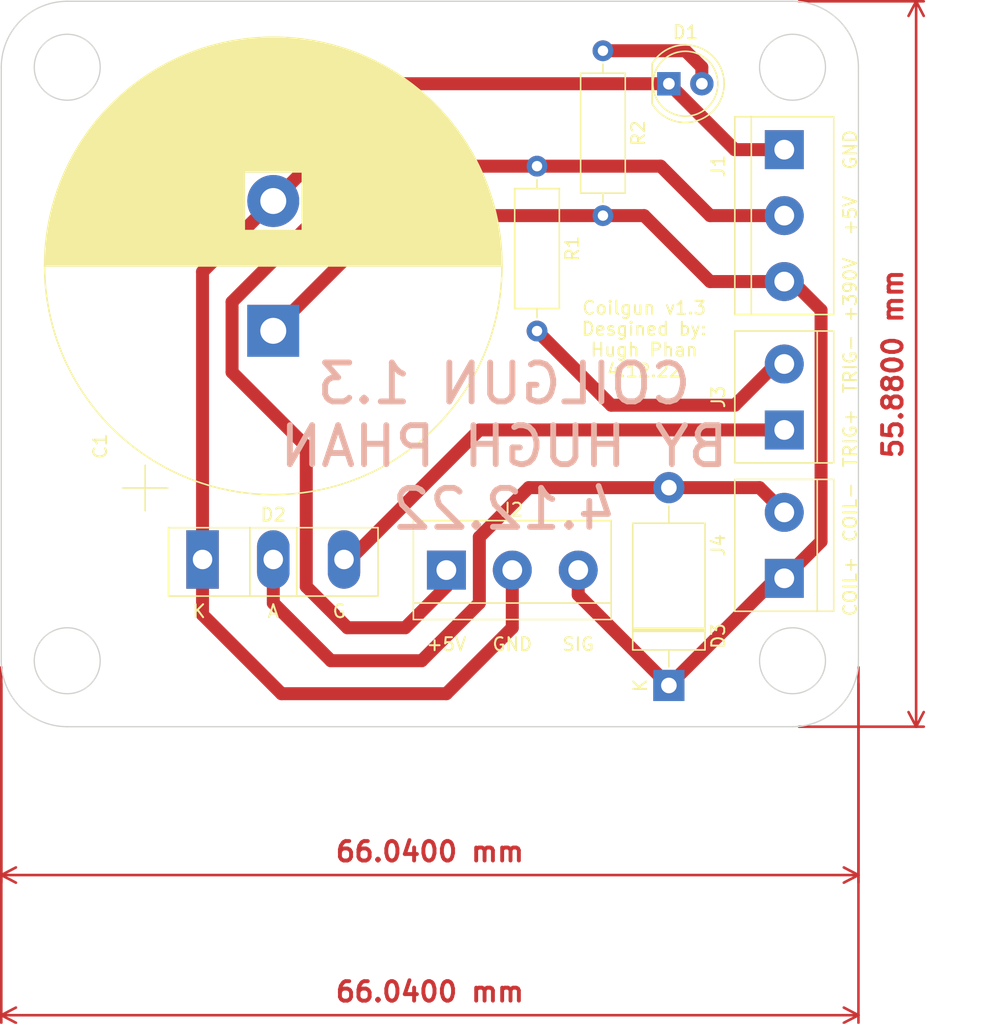
<source format=kicad_pcb>
(kicad_pcb (version 20211014) (generator pcbnew)
  (title_block (title "Coilgun 1.3 Main Control Board") (date "2022-12-04") (rev "1.3") (company "HUGH PHAN"))
  (layers (0 "F.Cu" signal) (31 "B.Cu" signal) (34 "B.Paste" user) (35 "F.Paste" user) (36 "B.SilkS" user "B.Silkscreen") (37 "F.SilkS" user "F.Silkscreen") (38 "B.Mask" user) (39 "F.Mask" user) (44 "Edge.Cuts" user))
  (net 0 "")
  (net 1 "/+390v")
  (net 2 "/GND")
  (net 3 "Net-(D1-Pad2)")
  (net 4 "/Coil-")
  (net 5 "Net-(D2-Pad3)")
  (net 6 "/+5V")
  (net 7 "Net-(J3-Pad2)")
  (footprint "Diode_THT:D_DO-27_P15.24mm_Horizontal" (layer "F.Cu") (at 180.975 113.665 90)
    (fp_text reference "D3" (at 3.81 3.81 90) (layer "F.SilkS"))
    (fp_text value "FR607")
    (fp_text user "K" (at 0 -2.2 90) (layer "F.SilkS"))
    (pad "1" thru_hole rect (at 0 0 90) (size 2.4 2.4) (drill 1.2) (layers *.Cu *.Mask) (net 1 "/+390v"))
    (pad "2" thru_hole oval (at 15.24 0 90) (size 2.4 2.4) (drill 1.2) (layers *.Cu *.Mask) (net 4 "/Coil-"))
  )
  (footprint "Resistor_THT:R_Axial_DIN0309_L9.0mm_D3.2mm_P12.70mm_Horizontal" (layer "F.Cu") (at 170.815 73.66 -90)
    (fp_text reference "R1" (at 6.35 -2.72 90) (layer "F.SilkS"))
    (fp_text value "R50")
    (pad "1" thru_hole circle (at 0 0 270) (size 1.6 1.6) (drill 0.8) (layers *.Cu *.Mask) (net 6 "/+5V"))
    (pad "2" thru_hole oval (at 12.7 0 270) (size 1.6 1.6) (drill 0.8) (layers *.Cu *.Mask) (net 7 "Net-(J3-Pad2)"))
  )
  (footprint "LED_THT:LED_D5.0mm" (layer "F.Cu") (at 180.975 67.31)
    (fp_text reference "D1" (at 1.27 -3.96) (layer "F.SilkS"))
    (fp_text value "LED")
    (pad "1" thru_hole rect (at 0 0) (size 1.8 1.8) (drill 0.9) (layers *.Cu *.Mask) (net 2 "/GND"))
    (pad "2" thru_hole circle (at 2.54 0) (size 1.8 1.8) (drill 0.9) (layers *.Cu *.Mask) (net 3 "Net-(D1-Pad2)"))
  )
  (footprint "TerminalBlock:TerminalBlock_bornier-3_P5.08mm" (layer "F.Cu") (at 189.865 72.39 -90)
    (fp_text reference "J1" (at 1.27 5.08 -270) (layer "F.SilkS"))
    (fp_text value "Power")
    (pad "1" thru_hole rect (at 0 0 270) (size 3 3) (drill 1.52) (layers *.Cu *.Mask) (net 2 "/GND"))
    (pad "2" thru_hole circle (at 5.08 0 270) (size 3 3) (drill 1.52) (layers *.Cu *.Mask) (net 6 "/+5V"))
    (pad "3" thru_hole circle (at 10.16 0 270) (size 3 3) (drill 1.52) (layers *.Cu *.Mask) (net 1 "/+390v"))
  )
  (footprint "Resistor_THT:R_Axial_DIN0309_L9.0mm_D3.2mm_P12.70mm_Horizontal" (layer "F.Cu") (at 175.895 64.77 -90)
    (fp_text reference "R2" (at 6.35 -2.72 90) (layer "F.SilkS"))
    (fp_text value "R500k")
    (pad "1" thru_hole circle (at 0 0 270) (size 1.6 1.6) (drill 0.8) (layers *.Cu *.Mask) (net 3 "Net-(D1-Pad2)"))
    (pad "2" thru_hole oval (at 12.7 0 270) (size 1.6 1.6) (drill 0.8) (layers *.Cu *.Mask) (net 1 "/+390v"))
  )
  (footprint "TerminalBlock:TerminalBlock_bornier-2_P5.08mm" (layer "F.Cu") (at 189.865 93.98 90)
    (fp_text reference "J3" (at 2.54 -5.08 90) (layer "F.SilkS"))
    (fp_text value "Trigger Switch")
    (pad "1" thru_hole rect (at 0 0 90) (size 3 3) (drill 1.52) (layers *.Cu *.Mask) (net 5 "Net-(D2-Pad3)"))
    (pad "2" thru_hole circle (at 5.08 0 90) (size 3 3) (drill 1.52) (layers *.Cu *.Mask) (net 7 "Net-(J3-Pad2)"))
  )
  (footprint "TerminalBlock:TerminalBlock_bornier-2_P5.08mm" (layer "F.Cu") (at 189.865 105.41 90)
    (fp_text reference "J4" (at 2.54 -5.08 90) (layer "F.SilkS"))
    (fp_text value "Coil")
    (pad "1" thru_hole rect (at 0 0 90) (size 3 3) (drill 1.52) (layers *.Cu *.Mask) (net 1 "/+390v"))
    (pad "2" thru_hole circle (at 5.08 0 90) (size 3 3) (drill 1.52) (layers *.Cu *.Mask) (net 4 "/Coil-"))
  )
  (footprint "Capacitor_THT:CP_Radial_D35.0mm_P10.00mm_SnapIn" (layer "F.Cu") (at 150.495 86.345499 90)
    (fp_text reference "C1" (at -8.89 -13.335 90) (layer "F.SilkS"))
    (fp_text value "C_Polarized")
    (pad "1" thru_hole rect (at 0 0 90) (size 4 4) (drill 2) (layers *.Cu *.Mask) (net 1 "/+390v"))
    (pad "2" thru_hole circle (at 10 0 90) (size 4 4) (drill 2) (layers *.Cu *.Mask) (net 2 "/GND"))
  )
  (footprint "Package_TO_SOT_THT:TO-247-3_Vertical" (layer "F.Cu") (at 145.045 103.96)
    (fp_text reference "D2" (at 5.45 -3.45) (layer "F.SilkS"))
    (fp_text value "70TPS12/16")
    (pad "1" thru_hole rect (at 0 0) (size 2.5 4.5) (drill 1.5) (layers *.Cu *.Mask) (net 2 "/GND"))
    (pad "2" thru_hole oval (at 5.45 0) (size 2.5 4.5) (drill 1.5) (layers *.Cu *.Mask) (net 4 "/Coil-"))
    (pad "3" thru_hole oval (at 10.9 0) (size 2.5 4.5) (drill 1.5) (layers *.Cu *.Mask) (net 5 "Net-(D2-Pad3)"))
  )
  (footprint "TerminalBlock:TerminalBlock_bornier-3_P5.08mm" (layer "F.Cu") (at 163.83 104.775)
    (fp_text reference "J2" (at 5.05 -4.65) (layer "F.SilkS"))
    (fp_text value "500V Voltmeter")
    (pad "1" thru_hole rect (at 0 0) (size 3 3) (drill 1.52) (layers *.Cu *.Mask) (net 6 "/+5V"))
    (pad "2" thru_hole circle (at 5.08 0) (size 3 3) (drill 1.52) (layers *.Cu *.Mask) (net 2 "/GND"))
    (pad "3" thru_hole circle (at 10.16 0) (size 3 3) (drill 1.52) (layers *.Cu *.Mask) (net 1 "/+390v"))
  )
  (gr_circle (center 190.5 111.76) (end 193.04 111.76) (layer "Edge.Cuts") (width 0.1) (fill none))
  (gr_line (start 190.5 116.84) (end 134.62 116.84) (layer "Edge.Cuts") (width 0.1))
  (gr_circle (center 134.62 66.04) (end 137.16 66.04) (layer "Edge.Cuts") (width 0.1) (fill none))
  (gr_arc (start 190.5 60.96) (mid 194.092102 62.447898) (end 195.58 66.04) (layer "Edge.Cuts") (width 0.1))
  (gr_line (start 134.62 60.96) (end 190.5 60.96) (layer "Edge.Cuts") (width 0.1))
  (gr_line (start 195.58 66.04) (end 195.58 111.76) (layer "Edge.Cuts") (width 0.1))
  (gr_circle (center 190.5 66.04) (end 193.04 66.04) (layer "Edge.Cuts") (width 0.1) (fill none))
  (gr_circle (center 134.62 111.76) (end 137.16 111.76) (layer "Edge.Cuts") (width 0.1) (fill none))
  (gr_arc (start 129.54 66.04) (mid 131.027898 62.447898) (end 134.62 60.96) (layer "Edge.Cuts") (width 0.1))
  (gr_arc (start 195.58 111.76) (mid 194.092102 115.352102) (end 190.5 116.84) (layer "Edge.Cuts") (width 0.1))
  (gr_line (start 129.54 111.76) (end 129.54 66.04) (layer "Edge.Cuts") (width 0.1))
  (gr_arc (start 134.62 116.84) (mid 131.027898 115.352102) (end 129.54 111.76) (layer "Edge.Cuts") (width 0.1))
  (gr_text "COILGUN 1.3\nBY HUGH PHAN\n4.12.22" (at 168.275 95.25) (layer "B.SilkS") (effects (font (size 3 3) (thickness 0.45)) (justify mirror)))
  (gr_text "GND" (at 194.945 72.39 90) (layer "F.SilkS") (effects (font (size 1 1))))
  (gr_text "SIG" (at 173.99 110.49) (layer "F.SilkS") (effects (font (size 1 1))))
  (gr_text "+5V" (at 194.945 77.47 90) (layer "F.SilkS") (effects (font (size 1 1))))
  (gr_text "+390V" (at 194.945 83.185 90) (layer "F.SilkS") (effects (font (size 1 1))))
  (gr_text "K" (at 144.78 107.95) (layer "F.SilkS") (effects (font (size 1 1))))
  (gr_text "COIL+" (at 194.945 106.045 90) (layer "F.SilkS") (effects (font (size 1 1))))
  (gr_text "TRIG-\n" (at 194.945 88.9 90) (layer "F.SilkS") (effects (font (size 1 1))))
  (gr_text "G" (at 155.575 107.95) (layer "F.SilkS") (effects (font (size 1 1))))
  (gr_text "+5V\n" (at 163.83 110.49) (layer "F.SilkS") (effects (font (size 1 1))))
  (gr_text "Coilgun v1.3\nDesgined by:\nHugh Phan\n4.12.22" (at 179.07 86.995) (layer "F.SilkS") (effects (font (size 1 1))))
  (gr_text "COIL-" (at 194.945 100.33 90) (layer "F.SilkS") (effects (font (size 1 1))))
  (gr_text "A" (at 150.495 107.95) (layer "F.SilkS") (effects (font (size 1 1))))
  (gr_text "GND\n" (at 168.91 110.49) (layer "F.SilkS") (effects (font (size 1 1))))
  (gr_text "TRIG+\n" (at 194.945 94.615 90) (layer "F.SilkS") (effects (font (size 1 1))))
  (dimension (type aligned) (layer "F.Cu") (pts (xy 190.5 116.84) (xy 190.5 60.96)) (height 9.525) (gr_text "55.8800 mm" (at 198.225 88.9 90) (layer "F.Cu") (effects (font (size 1.5 1.5) (thickness 0.3)))) (format (units 3) (units_format 1) (precision 4)) (style (thickness 0.2) (arrow_length 1.27) (text_position_mode 0) (extension_height 0.58642) (extension_offset 0.5) keep_text_aligned))
  (dimension (type aligned) (layer "F.Cu") (pts (xy 195.58 111.76) (xy 129.54 111.76)) (height -27.305) (gr_text "66.0400 mm" (at 162.56 137.265) (layer "F.Cu") (effects (font (size 1.5 1.5) (thickness 0.3)))) (format (units 3) (units_format 1) (precision 4)) (style (thickness 0.2) (arrow_length 1.27) (text_position_mode 0) (extension_height 0.58642) (extension_offset 0.5) keep_text_aligned))
  (dimension (type aligned) (layer "F.Cu") (pts (xy 195.58 113.03) (xy 129.54 113.03)) (height -15.24) (gr_text "66.0400 mm" (at 162.56 126.47) (layer "F.Cu") (effects (font (size 1.5 1.5) (thickness 0.3)))) (format (units 3) (units_format 1) (precision 4)) (style (thickness 0.2) (arrow_length 1.27) (text_position_mode 0) (extension_height 0.58642) (extension_offset 0.5) keep_text_aligned))
  (segment (start 173.99 106.68) (end 180.975 113.665) (width 1) (layer "F.Cu") (net 1))
  (segment (start 192.7 84.75) (end 190.5 82.55) (width 1) (layer "F.Cu") (net 1))
  (segment (start 189.23 105.41) (end 189.865 105.41) (width 1) (layer "F.Cu") (net 1))
  (segment (start 184.15 82.55) (end 179.07 77.47) (width 1) (layer "F.Cu") (net 1))
  (segment (start 180.975 113.665) (end 189.23 105.41) (width 1) (layer "F.Cu") (net 1))
  (segment (start 190.5 82.55) (end 184.15 82.55) (width 1) (layer "F.Cu") (net 1))
  (segment (start 189.865 105.41) (end 192.7 102.575) (width 1) (layer "F.Cu") (net 1))
  (segment (start 192.7 102.575) (end 192.7 84.75) (width 1) (layer "F.Cu") (net 1))
  (segment (start 173.99 104.775) (end 173.99 106.68) (width 1) (layer "F.Cu") (net 1))
  (segment (start 159.370499 77.47) (end 150.495 86.345499) (width 1) (layer "F.Cu") (net 1))
  (segment (start 179.07 77.47) (end 159.370499 77.47) (width 1) (layer "F.Cu") (net 1))
  (segment (start 163.83 114.3) (end 168.91 109.22) (width 1) (layer "F.Cu") (net 2))
  (segment (start 145.045 103.96) (end 145.045 108.215) (width 1) (layer "F.Cu") (net 2))
  (segment (start 150.495 76.345499) (end 159.530499 67.31) (width 1) (layer "F.Cu") (net 2))
  (segment (start 180.975 67.31) (end 186.055 72.39) (width 1) (layer "F.Cu") (net 2))
  (segment (start 150.495 76.345499) (end 145.045 81.795499) (width 1) (layer "F.Cu") (net 2))
  (segment (start 186.055 72.39) (end 189.865 72.39) (width 1) (layer "F.Cu") (net 2))
  (segment (start 168.91 109.22) (end 168.91 104.775) (width 1) (layer "F.Cu") (net 2))
  (segment (start 159.530499 67.31) (end 180.975 67.31) (width 1) (layer "F.Cu") (net 2))
  (segment (start 145.045 81.795499) (end 145.045 103.96) (width 1) (layer "F.Cu") (net 2))
  (segment (start 145.045 108.215) (end 151.13 114.3) (width 1) (layer "F.Cu") (net 2))
  (segment (start 151.13 114.3) (end 163.83 114.3) (width 1) (layer "F.Cu") (net 2))
  (segment (start 183.515 66.037208) (end 182.247792 64.77) (width 1) (layer "F.Cu") (net 3))
  (segment (start 182.247792 64.77) (end 175.895 64.77) (width 1) (layer "F.Cu") (net 3))
  (segment (start 183.515 67.31) (end 183.515 66.037208) (width 1) (layer "F.Cu") (net 3))
  (segment (start 161.925 111.76) (end 166.37 107.315) (width 1) (layer "F.Cu") (net 4))
  (segment (start 150.495 103.96) (end 150.495 107.315) (width 1) (layer "F.Cu") (net 4))
  (segment (start 187.96 98.425) (end 180.975 98.425) (width 1) (layer "F.Cu") (net 4))
  (segment (start 166.37 102.235) (end 170.18 98.425) (width 1) (layer "F.Cu") (net 4))
  (segment (start 170.18 98.425) (end 180.975 98.425) (width 1) (layer "F.Cu") (net 4))
  (segment (start 150.495 107.315) (end 154.94 111.76) (width 1) (layer "F.Cu") (net 4))
  (segment (start 166.37 107.315) (end 166.37 102.235) (width 1) (layer "F.Cu") (net 4))
  (segment (start 154.94 111.76) (end 161.925 111.76) (width 1) (layer "F.Cu") (net 4))
  (segment (start 189.865 100.33) (end 187.96 98.425) (width 1) (layer "F.Cu") (net 4))
  (segment (start 156.39 103.96) (end 155.945 103.96) (width 1) (layer "F.Cu") (net 5))
  (segment (start 166.37 93.98) (end 156.39 103.96) (width 1) (layer "F.Cu") (net 5))
  (segment (start 189.865 93.98) (end 166.37 93.98) (width 1) (layer "F.Cu") (net 5))
  (segment (start 157.780499 73.66) (end 147.32 84.120499) (width 1) (layer "F.Cu") (net 6))
  (segment (start 147.32 84.120499) (end 147.32 89.535) (width 1) (layer "F.Cu") (net 6))
  (segment (start 156.21 109.22) (end 160.655 109.22) (width 1) (layer "F.Cu") (net 6))
  (segment (start 153.035 95.25) (end 153.035 106.045) (width 1) (layer "F.Cu") (net 6))
  (segment (start 153.035 106.045) (end 156.21 109.22) (width 1) (layer "F.Cu") (net 6))
  (segment (start 163.83 106.045) (end 163.83 104.775) (width 1) (layer "F.Cu") (net 6))
  (segment (start 147.32 89.535) (end 153.035 95.25) (width 1) (layer "F.Cu") (net 6))
  (segment (start 160.655 109.22) (end 163.83 106.045) (width 1) (layer "F.Cu") (net 6))
  (segment (start 189.865 77.47) (end 184.15 77.47) (width 1) (layer "F.Cu") (net 6))
  (segment (start 184.15 77.47) (end 180.34 73.66) (width 1) (layer "F.Cu") (net 6))
  (segment (start 180.34 73.66) (end 157.780499 73.66) (width 1) (layer "F.Cu") (net 6))
  (segment (start 170.815 86.36) (end 176.53 92.075) (width 1) (layer "F.Cu") (net 7))
  (segment (start 186.055 92.075) (end 189.23 88.9) (width 1) (layer "F.Cu") (net 7))
  (segment (start 176.53 92.075) (end 186.055 92.075) (width 1) (layer "F.Cu") (net 7))
  (segment (start 189.23 88.9) (end 189.865 88.9) (width 1) (layer "F.Cu") (net 7))
)
</source>
